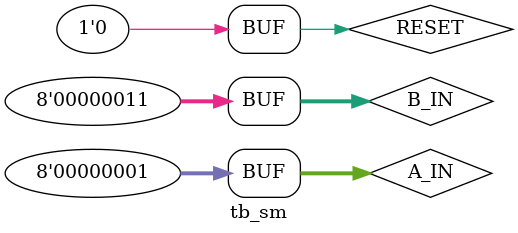
<source format=v>
`timescale 1ns/1ns

module tb_sm;
  reg CLK;
  reg RESET;
  
  reg [7:0] A_IN, B_IN;
  
  wire [7:0] OUTPUT, A_OUT, B_OUT;
  
  PE_module PE_1(.a(A_IN), .b(B_IN), .clk(CLK), .rst(RESET), .a_out(A_OUT), .b_out(B_OUT), .out(OUTPUT));
  
  initial
  begin
    RESET = 1'b0;
    A_IN = 8'd13;
    B_IN = 8'd11;
  end
  
  initial
  begin
    #200 //delay of PE
    A_IN = 8'd1;
    B_IN = 8'd3;
  end
  
  
endmodule

</source>
